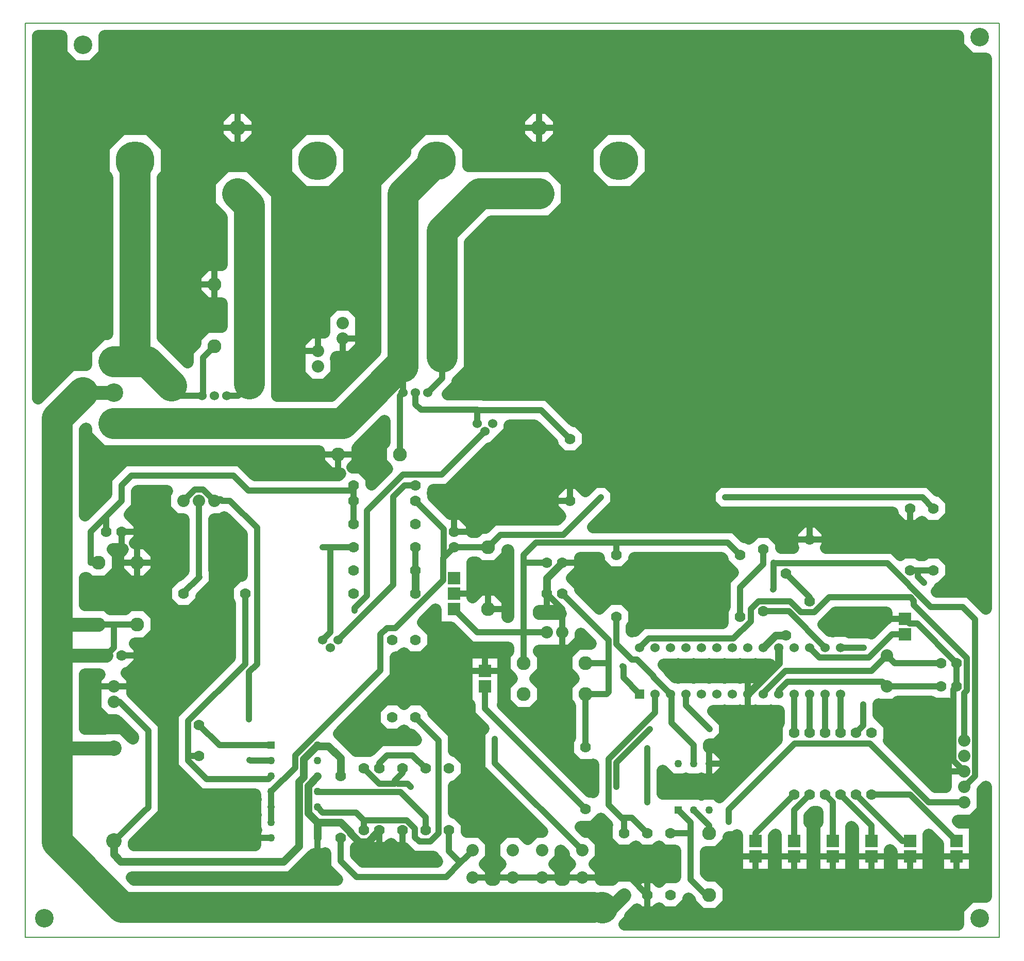
<source format=gbr>
G04 PROTEUS GERBER X2 FILE*
%TF.GenerationSoftware,Labcenter,Proteus,8.15-SP1-Build34318*%
%TF.CreationDate,2023-09-22T11:00:43+00:00*%
%TF.FileFunction,Copper,L2,Bot*%
%TF.FilePolarity,Positive*%
%TF.Part,Single*%
%TF.SameCoordinates,{daf6ecdc-d2ef-474e-a7a4-287faf42d1bd}*%
%FSLAX45Y45*%
%MOMM*%
G01*
%TA.AperFunction,Conductor*%
%ADD10C,1.016000*%
%ADD11C,1.270000*%
%ADD24C,5.080000*%
%ADD25C,2.286000*%
%TA.AperFunction,ViaPad*%
%ADD12C,0.762000*%
%TA.AperFunction,Conductor*%
%ADD26C,2.032000*%
%TA.AperFunction,ComponentPad*%
%ADD13R,1.524000X1.524000*%
%ADD14C,1.524000*%
%TA.AperFunction,ComponentPad*%
%ADD15C,1.778000*%
%ADD16R,2.032000X2.032000*%
%ADD17C,2.032000*%
%ADD18C,2.286000*%
%TA.AperFunction,ComponentPad*%
%ADD19R,1.270000X1.270000*%
%ADD70C,1.270000*%
%TA.AperFunction,ComponentPad*%
%ADD71C,2.540000*%
%TA.AperFunction,ComponentPad*%
%ADD20C,3.048000*%
%TA.AperFunction,ComponentPad*%
%ADD21C,6.350000*%
%TA.AperFunction,OtherPad,Unknown*%
%ADD22C,3.048000*%
%TA.AperFunction,Profile*%
%ADD23C,0.203200*%
%TD.AperFunction*%
%TA.AperFunction,Conductor*%
G36*
X+2946401Y+5694706D02*
X+3154706Y+5486401D01*
X+3406140Y+5486401D01*
X+3406140Y-3547778D01*
X+3124589Y-3266227D01*
X+2603007Y-3266227D01*
X+2602684Y-3265906D01*
X+2641385Y-3227205D01*
X+2641385Y-3213099D01*
X+2660991Y-3213099D01*
X+2832099Y-3041991D01*
X+2832099Y-2800009D01*
X+2660991Y-2628901D01*
X+2419009Y-2628901D01*
X+2380909Y-2667001D01*
X+2318091Y-2667001D01*
X+2279991Y-2628901D01*
X+2038009Y-2628901D01*
X+2001844Y-2665066D01*
X+1889554Y-2552774D01*
X+781316Y-2552774D01*
X+800099Y-2533991D01*
X+800099Y-2292009D01*
X+628991Y-2120901D01*
X+387009Y-2120901D01*
X+215901Y-2292009D01*
X+215901Y-2533991D01*
X+234684Y-2552774D01*
X+38099Y-2552774D01*
X+38099Y-2457108D01*
X-133009Y-2286000D01*
X-374991Y-2286000D01*
X-488951Y-2399960D01*
X-514009Y-2374901D01*
X-567892Y-2374901D01*
X-731047Y-2211745D01*
X-3049648Y-2211745D01*
X-2666330Y-1828427D01*
X-2666330Y-1618007D01*
X-2815118Y-1469219D01*
X-3025538Y-1469219D01*
X-3175115Y-1618796D01*
X-3308009Y-1485901D01*
X-3549991Y-1485901D01*
X-3721099Y-1657009D01*
X-3721099Y-1898991D01*
X-3588205Y-2031886D01*
X-3641160Y-2084841D01*
X-4679248Y-2084841D01*
X-4816908Y-2222501D01*
X-4906711Y-2222501D01*
X-4970212Y-2286002D01*
X-5041901Y-2286002D01*
X-5041901Y-2165009D01*
X-5213009Y-1993901D01*
X-5393892Y-1993901D01*
X-5676901Y-1710893D01*
X-5676901Y-1657009D01*
X-5682910Y-1651000D01*
X-5676901Y-1644991D01*
X-5676901Y-1599303D01*
X-5431095Y-1599303D01*
X-4746191Y-914399D01*
X-4710269Y-914399D01*
X-4419601Y-623731D01*
X-4419601Y-540437D01*
X-4009771Y-540437D01*
X-3721099Y-829109D01*
X-3721099Y-882991D01*
X-3549991Y-1054099D01*
X-3308009Y-1054099D01*
X-3136901Y-882991D01*
X-3136901Y-641009D01*
X-3308009Y-469901D01*
X-3361891Y-469901D01*
X-3799353Y-32439D01*
X-4845832Y-32439D01*
X-4847790Y-30481D01*
X-5437073Y-30481D01*
X-5276860Y+129732D01*
X-5276860Y+188254D01*
X-5073660Y+391454D01*
X-5073661Y+2459842D01*
X-4724262Y+2809241D01*
X-3747622Y+2809241D01*
X-3479801Y+3077062D01*
X-3479801Y+3455818D01*
X-3747622Y+3723639D01*
X-5100321Y+3723639D01*
X-5100321Y+4025681D01*
X-5405339Y+4330699D01*
X-5836701Y+4330699D01*
X-6141719Y+4025681D01*
X-6141719Y+3935877D01*
X-6630061Y+3447535D01*
X-6630061Y+671210D01*
X-7072724Y+228547D01*
X-7072726Y+228547D01*
X-7352074Y-50801D01*
X-8236369Y-50801D01*
X-8235246Y-49678D01*
X-8235246Y+3258262D01*
X-8700622Y+3723638D01*
X-9079378Y+3723638D01*
X-9347198Y+3455818D01*
X-9347198Y+3077062D01*
X-9149644Y+2879508D01*
X-9149644Y+2095499D01*
X-9402512Y+2095499D01*
X-9588499Y+1909512D01*
X-9588499Y+1646488D01*
X-9402512Y+1460501D01*
X-9149644Y+1460501D01*
X-9149644Y+1079499D01*
X-9402512Y+1079499D01*
X-9588499Y+893512D01*
X-9588499Y+803709D01*
X-9713148Y+679060D01*
X-9713148Y+499896D01*
X-10116821Y+903569D01*
X-10116821Y+3530819D01*
X-10053321Y+3594319D01*
X-10053321Y+4025681D01*
X-10358339Y+4330699D01*
X-10789701Y+4330699D01*
X-11094719Y+4025681D01*
X-11094719Y+3594319D01*
X-11031219Y+3530819D01*
X-11031219Y+965199D01*
X-11111378Y+965199D01*
X-11379199Y+697378D01*
X-11379199Y+457198D01*
X-11619378Y+457198D01*
X-12169140Y-92564D01*
X-12169140Y+5854700D01*
X-11785599Y+5854700D01*
X-11785599Y+5567706D01*
X-11577294Y+5359401D01*
X-11282706Y+5359401D01*
X-11074401Y+5567706D01*
X-11074401Y+5854700D01*
X+2946401Y+5854700D01*
X+2946401Y+5694706D01*
G37*
%TD.AperFunction*%
%LPC*%
G36*
X+2607109Y-1612901D02*
X+2660991Y-1612901D01*
X+2832099Y-1784009D01*
X+2832099Y-2025991D01*
X+2660991Y-2197099D01*
X+2419009Y-2197099D01*
X+2349500Y-2127590D01*
X+2279991Y-2197099D01*
X+2038009Y-2197099D01*
X+1866901Y-2025991D01*
X+1866901Y-1977216D01*
X-984130Y-1977216D01*
X-1132919Y-1828427D01*
X-1132919Y-1618007D01*
X-984130Y-1469218D01*
X+2463426Y-1469218D01*
X+2607109Y-1612901D01*
G37*
G36*
X-6858000Y+1268504D02*
X-6858000Y+1016000D01*
X-6858748Y+1015252D01*
X-6858000Y+1014504D01*
X-6858000Y+762000D01*
X-7036547Y+583453D01*
X-7268164Y+583453D01*
X-7268164Y+555785D01*
X-7268912Y+555037D01*
X-7268164Y+554289D01*
X-7268164Y+301785D01*
X-7446711Y+123238D01*
X-7699215Y+123238D01*
X-7877762Y+301785D01*
X-7877762Y+554289D01*
X-7877014Y+555037D01*
X-7877762Y+555785D01*
X-7877762Y+808289D01*
X-7699215Y+986836D01*
X-7467598Y+986836D01*
X-7467598Y+1014504D01*
X-7466850Y+1015252D01*
X-7467598Y+1016000D01*
X-7467598Y+1268504D01*
X-7289051Y+1447051D01*
X-7036547Y+1447051D01*
X-6858000Y+1268504D01*
G37*
G36*
X-9026773Y+4683759D02*
X-8753227Y+4683759D01*
X-8559801Y+4490333D01*
X-8559801Y+4216787D01*
X-8753227Y+4023361D01*
X-9026773Y+4023361D01*
X-9220199Y+4216787D01*
X-9220199Y+4490333D01*
X-9026773Y+4683759D01*
G37*
G36*
X-7792501Y+4330699D02*
X-7361139Y+4330699D01*
X-7056121Y+4025681D01*
X-7056121Y+3594319D01*
X-7361139Y+3289301D01*
X-7792501Y+3289301D01*
X-8097519Y+3594319D01*
X-8097519Y+4025681D01*
X-7792501Y+4330699D01*
G37*
G36*
X-4073773Y+4683759D02*
X-3800227Y+4683759D01*
X-3606801Y+4490333D01*
X-3606801Y+4216787D01*
X-3800227Y+4023361D01*
X-4073773Y+4023361D01*
X-4267199Y+4216787D01*
X-4267199Y+4490333D01*
X-4073773Y+4683759D01*
G37*
G36*
X-2839501Y+4330699D02*
X-2408139Y+4330699D01*
X-2103121Y+4025681D01*
X-2103121Y+3594319D01*
X-2408139Y+3289301D01*
X-2839501Y+3289301D01*
X-3144519Y+3594319D01*
X-3144519Y+4025681D01*
X-2839501Y+4330699D01*
G37*
%LPD*%
%TA.AperFunction,Conductor*%
G36*
X+3406140Y-8280401D02*
X+3154706Y-8280401D01*
X+2946401Y-8488706D01*
X+2946401Y-8740140D01*
X-2529084Y-8740140D01*
X-2442636Y-8653692D01*
X-2442636Y-8606646D01*
X-2331540Y-8495550D01*
X-2279991Y-8547099D01*
X-2038009Y-8547099D01*
X-1968500Y-8477590D01*
X-1898991Y-8547099D01*
X-1657009Y-8547099D01*
X-1485901Y-8375991D01*
X-1485901Y-8318184D01*
X-1460499Y-8343586D01*
X-1460499Y-8386512D01*
X-1274512Y-8572499D01*
X-1011488Y-8572499D01*
X-825501Y-8386512D01*
X-825501Y-8123488D01*
X-1011488Y-7937501D01*
X-1148168Y-7937501D01*
X-1189878Y-7895791D01*
X-1189878Y-7556499D01*
X-1011488Y-7556499D01*
X-825501Y-7370512D01*
X-825501Y-7305836D01*
X-713750Y-7305836D01*
X-685799Y-7277885D01*
X-685799Y-7924799D01*
X-76201Y-7924799D01*
X-76201Y-7293409D01*
X-50799Y-7268007D01*
X-50799Y-7924799D01*
X+558799Y-7924799D01*
X+558799Y-7061201D01*
X+507998Y-7061201D01*
X+507998Y-6963210D01*
X+575109Y-6896099D01*
X+628991Y-6896099D01*
X+635000Y-6890090D01*
X+635001Y-6890091D01*
X+635001Y-7061201D01*
X+584201Y-7061201D01*
X+584201Y-7924799D01*
X+1193799Y-7924799D01*
X+1193799Y-7141008D01*
X+1219201Y-7166410D01*
X+1219201Y-7924799D01*
X+1828799Y-7924799D01*
X+1828799Y-7522008D01*
X+1854201Y-7547409D01*
X+1854201Y-7924799D01*
X+2463799Y-7924799D01*
X+2463799Y-7268007D01*
X+2616201Y-7420409D01*
X+2616201Y-7924799D01*
X+3225799Y-7924799D01*
X+3225799Y-7061201D01*
X+2975409Y-7061201D01*
X+2950007Y-7035799D01*
X+3174252Y-7035799D01*
X+3352799Y-6857252D01*
X+3352799Y-6604748D01*
X+3352050Y-6604001D01*
X+3352799Y-6603252D01*
X+3352799Y-6531409D01*
X+3406140Y-6478068D01*
X+3406140Y-8280401D01*
G37*
%TD.AperFunction*%
%TA.AperFunction,Conductor*%
G36*
X-11379199Y-697378D02*
X-11111378Y-965199D01*
X-7556499Y-965199D01*
X-7556499Y-1147512D01*
X-7370512Y-1333499D01*
X-7207589Y-1333499D01*
X-7233378Y-1359288D01*
X-8605100Y-1359288D01*
X-8853176Y-1111212D01*
X-10741420Y-1111212D01*
X-11048998Y-1418790D01*
X-11048998Y-1672790D01*
X-11396134Y-2019926D01*
X-11396134Y-612710D01*
X-11379199Y-595775D01*
X-11379199Y-697378D01*
G37*
%TD.AperFunction*%
%TA.AperFunction,Conductor*%
G36*
X-6476999Y-820988D02*
X-6540499Y-884488D01*
X-6540499Y-1147512D01*
X-6436610Y-1251402D01*
X-6692901Y-1507693D01*
X-6692901Y-1403009D01*
X-6864009Y-1231901D01*
X-7005890Y-1231901D01*
X-6921501Y-1147512D01*
X-6921501Y-913383D01*
X-6476999Y-468881D01*
X-6476999Y-820988D01*
G37*
%TD.AperFunction*%
%TA.AperFunction,Conductor*%
G36*
X-4444999Y-2688790D02*
X-4444999Y-3683001D01*
X-4457700Y-3683001D01*
X-4457700Y-3424488D01*
X-4643687Y-3238501D01*
X-4906711Y-3238501D01*
X-5029201Y-3360991D01*
X-5029201Y-2793999D01*
X-4970211Y-2793999D01*
X-4906711Y-2857499D01*
X-4643687Y-2857499D01*
X-4457700Y-2671512D01*
X-4457700Y-2592839D01*
X-4444999Y-2592839D01*
X-4444999Y-2688790D01*
G37*
%TD.AperFunction*%
%TA.AperFunction,Conductor*%
G36*
X-927099Y-2734109D02*
X-927099Y-2787991D01*
X-755991Y-2959099D01*
X-755278Y-2959099D01*
X-888999Y-3092820D01*
X-888999Y-3523909D01*
X-927099Y-3562009D01*
X-927099Y-3784700D01*
X-2236908Y-3784700D01*
X-2363809Y-3911601D01*
X-2399731Y-3911601D01*
X-2413001Y-3924871D01*
X-2413001Y-3842091D01*
X-2374901Y-3803991D01*
X-2374901Y-3562009D01*
X-2546009Y-3390901D01*
X-2787991Y-3390901D01*
X-2947941Y-3550851D01*
X-3263901Y-3234891D01*
X-3263901Y-3181009D01*
X-3396910Y-3048000D01*
X-3263901Y-2914991D01*
X-3263901Y-2719743D01*
X-2959099Y-2719743D01*
X-2959099Y-2787991D01*
X-2787991Y-2959099D01*
X-2546009Y-2959099D01*
X-2374901Y-2787991D01*
X-2374901Y-2719743D01*
X-941465Y-2719743D01*
X-927099Y-2734109D01*
G37*
%TD.AperFunction*%
%TA.AperFunction,Conductor*%
G36*
X-10083799Y-1651748D02*
X-10083799Y-1904252D01*
X-9905252Y-2082799D01*
X-9778999Y-2082799D01*
X-9778999Y-2929133D01*
X-9859767Y-3009901D01*
X-9899991Y-3009901D01*
X-10071099Y-3181009D01*
X-10071099Y-3422991D01*
X-9899991Y-3594099D01*
X-9658009Y-3594099D01*
X-9486901Y-3422991D01*
X-9486901Y-3355451D01*
X-9264702Y-3133252D01*
X-9264702Y-2922834D01*
X-9271001Y-2916535D01*
X-9271001Y-2082799D01*
X-9144748Y-2082799D01*
X-9108079Y-2046130D01*
X-8825769Y-2328440D01*
X-8825769Y-3009901D01*
X-8883991Y-3009901D01*
X-9055099Y-3181009D01*
X-9055099Y-3422991D01*
X-9016999Y-3461091D01*
X-9016999Y-4355470D01*
X-9953036Y-5291507D01*
X-9953036Y-6074210D01*
X-9953035Y-6074211D01*
X-9953035Y-6154173D01*
X-9503209Y-6603999D01*
X-8606013Y-6603999D01*
X-8606013Y-6667773D01*
X-8593313Y-6680473D01*
X-8593313Y-6688133D01*
X-8606013Y-6700833D01*
X-8606013Y-6921773D01*
X-8593313Y-6934473D01*
X-8593313Y-6942133D01*
X-8606013Y-6954833D01*
X-8606013Y-7175773D01*
X-8589483Y-7192303D01*
X-8606013Y-7208833D01*
X-8606013Y-7429773D01*
X-8600651Y-7435135D01*
X-10591801Y-7435135D01*
X-10591801Y-7404917D01*
X-10105057Y-6918173D01*
X-10105057Y-5446763D01*
X-10617201Y-4934619D01*
X-10617201Y-4699748D01*
X-10706850Y-4610099D01*
X-10674009Y-4610099D01*
X-10502901Y-4438991D01*
X-10502901Y-4197009D01*
X-10572411Y-4127499D01*
X-10409488Y-4127499D01*
X-10223501Y-3941512D01*
X-10223501Y-3678488D01*
X-10409488Y-3492501D01*
X-10672512Y-3492501D01*
X-10736012Y-3556001D01*
X-10980989Y-3556001D01*
X-11044488Y-3492501D01*
X-11396134Y-3492501D01*
X-11396134Y-3047998D01*
X-11371013Y-3047998D01*
X-11307512Y-3111499D01*
X-11044488Y-3111499D01*
X-10858501Y-2925512D01*
X-10858501Y-2662488D01*
X-10942890Y-2578099D01*
X-10928009Y-2578099D01*
X-10922000Y-2572090D01*
X-10915991Y-2578099D01*
X-10774110Y-2578099D01*
X-10858499Y-2662488D01*
X-10858499Y-2925512D01*
X-10672512Y-3111499D01*
X-10409488Y-3111499D01*
X-10223501Y-2925512D01*
X-10223501Y-2662488D01*
X-10409488Y-2476501D01*
X-10572411Y-2476501D01*
X-10502901Y-2406991D01*
X-10502901Y-2165009D01*
X-10662851Y-2005059D01*
X-10541002Y-1883210D01*
X-10541002Y-1629210D01*
X-10531002Y-1619210D01*
X-10051261Y-1619210D01*
X-10083799Y-1651748D01*
G37*
%TD.AperFunction*%
%TA.AperFunction,Conductor*%
G36*
X-3930991Y-3594099D02*
X-3689009Y-3594099D01*
X-3683000Y-3588090D01*
X-3676991Y-3594099D01*
X-3623109Y-3594099D01*
X-3585007Y-3632201D01*
X-3682252Y-3632201D01*
X-3683000Y-3632949D01*
X-3683748Y-3632201D01*
X-3936252Y-3632201D01*
X-3937001Y-3632950D01*
X-3937001Y-3588089D01*
X-3930991Y-3594099D01*
G37*
%TD.AperFunction*%
%TA.AperFunction,Conductor*%
G36*
X+1765413Y-3721213D02*
X+1754818Y-3721213D01*
X+1520620Y-3955411D01*
X+1502210Y-3937001D01*
X+1157131Y-3937001D01*
X+1131731Y-3911601D01*
X+900269Y-3911601D01*
X+888999Y-3922871D01*
X+877731Y-3911601D01*
X+841808Y-3911601D01*
X+740207Y-3810001D01*
X+930675Y-3619533D01*
X+1765413Y-3619533D01*
X+1765413Y-3721213D01*
G37*
%TD.AperFunction*%
%TA.AperFunction,Conductor*%
G36*
X-369731Y-4470399D02*
X-144717Y-4470399D01*
X-347919Y-4673601D01*
X-369731Y-4673601D01*
X-381000Y-4684870D01*
X-392269Y-4673601D01*
X-623731Y-4673601D01*
X-635000Y-4684870D01*
X-646269Y-4673601D01*
X-877731Y-4673601D01*
X-889000Y-4684870D01*
X-900269Y-4673601D01*
X-1131731Y-4673601D01*
X-1143000Y-4684870D01*
X-1154269Y-4673601D01*
X-1385731Y-4673601D01*
X-1397000Y-4684870D01*
X-1408269Y-4673601D01*
X-1639731Y-4673601D01*
X-1651000Y-4684870D01*
X-1662269Y-4673601D01*
X-1698192Y-4673601D01*
X-1803401Y-4568391D01*
X-1803401Y-4551882D01*
X-1884885Y-4470399D01*
X-1662269Y-4470399D01*
X-1651000Y-4459130D01*
X-1639731Y-4470399D01*
X-1408269Y-4470399D01*
X-1397000Y-4459130D01*
X-1385731Y-4470399D01*
X-1154269Y-4470399D01*
X-1143000Y-4459130D01*
X-1131731Y-4470399D01*
X-900269Y-4470399D01*
X-889000Y-4459130D01*
X-877731Y-4470399D01*
X-646269Y-4470399D01*
X-635000Y-4459130D01*
X-623731Y-4470399D01*
X-392269Y-4470399D01*
X-381000Y-4459130D01*
X-369731Y-4470399D01*
G37*
%TD.AperFunction*%
%TA.AperFunction,Conductor*%
G36*
X+2546009Y-5118099D02*
X+2787991Y-5118099D01*
X+2794000Y-5112090D01*
X+2794001Y-5112091D01*
X+2794001Y-5537948D01*
X+2743201Y-5588748D01*
X+2743201Y-5841252D01*
X+2743949Y-5842000D01*
X+2743201Y-5842748D01*
X+2743201Y-6095252D01*
X+2743949Y-6096000D01*
X+2743201Y-6096748D01*
X+2743201Y-6349252D01*
X+2743949Y-6350000D01*
X+2743201Y-6350748D01*
X+2743201Y-6477001D01*
X+2570685Y-6477001D01*
X+1809387Y-5715703D01*
X+1816099Y-5708991D01*
X+1816099Y-5467009D01*
X+1644991Y-5295901D01*
X+1644503Y-5295901D01*
X+1644503Y-5123554D01*
X+1651748Y-5130799D01*
X+1904252Y-5130799D01*
X+1955052Y-5079999D01*
X+2507909Y-5079999D01*
X+2546009Y-5118099D01*
G37*
%TD.AperFunction*%
%TA.AperFunction,Conductor*%
G36*
X-369731Y-5232399D02*
X-138269Y-5232399D01*
X-127001Y-5221131D01*
X-115731Y-5232399D01*
X+1Y-5232399D01*
X+1Y-5428909D01*
X-38099Y-5467009D01*
X-38099Y-5706956D01*
X-977487Y-6646344D01*
X-1032530Y-6591301D01*
X-1253470Y-6591301D01*
X-1270000Y-6607831D01*
X-1286530Y-6591301D01*
X-1905001Y-6591301D01*
X-1905001Y-6219168D01*
X-1761470Y-6362699D01*
X-1540530Y-6362699D01*
X-1524000Y-6346169D01*
X-1507470Y-6362699D01*
X-1286530Y-6362699D01*
X-1270000Y-6346169D01*
X-1253470Y-6362699D01*
X-1032530Y-6362699D01*
X-876301Y-6206470D01*
X-876301Y-5985530D01*
X-1032530Y-5829301D01*
X-1143001Y-5829301D01*
X-1143001Y-5784759D01*
X-1032423Y-5784759D01*
X-883635Y-5635971D01*
X-883635Y-5425551D01*
X-1076787Y-5232399D01*
X-900269Y-5232399D01*
X-889000Y-5221130D01*
X-877731Y-5232399D01*
X-646269Y-5232399D01*
X-635000Y-5221130D01*
X-623731Y-5232399D01*
X-392269Y-5232399D01*
X-381000Y-5221130D01*
X-369731Y-5232399D01*
G37*
%TD.AperFunction*%
%TA.AperFunction,Conductor*%
G36*
X-11226799Y-4699748D02*
X-11226799Y-4952252D01*
X-11226051Y-4953000D01*
X-11226799Y-4953748D01*
X-11226799Y-5206252D01*
X-11048252Y-5384799D01*
X-10885437Y-5384799D01*
X-10613055Y-5657181D01*
X-10613055Y-5683973D01*
X-10785227Y-5511801D01*
X-11058773Y-5511801D01*
X-11071473Y-5524501D01*
X-11396134Y-5524501D01*
X-11396134Y-4635499D01*
X-11162550Y-4635499D01*
X-11226799Y-4699748D01*
G37*
%TD.AperFunction*%
%TA.AperFunction,Conductor*%
G36*
X-5638799Y-3606799D02*
X-5638799Y-3860799D01*
X-5388409Y-3860799D01*
X-5058209Y-4190999D01*
X-4444999Y-4190999D01*
X-4444999Y-4249988D01*
X-4508499Y-4313488D01*
X-4508499Y-4576512D01*
X-4386011Y-4699000D01*
X-4508499Y-4821488D01*
X-4508499Y-5084512D01*
X-4322512Y-5270499D01*
X-4059488Y-5270499D01*
X-3873501Y-5084512D01*
X-3873501Y-4821488D01*
X-3995989Y-4699000D01*
X-3873501Y-4576512D01*
X-3873501Y-4313488D01*
X-3937001Y-4249988D01*
X-3937001Y-4241050D01*
X-3936252Y-4241799D01*
X-3683748Y-4241799D01*
X-3683000Y-4241051D01*
X-3682252Y-4241799D01*
X-3429748Y-4241799D01*
X-3251201Y-4063252D01*
X-3251201Y-3966007D01*
X-3089707Y-4127501D01*
X-3306512Y-4127501D01*
X-3492499Y-4313488D01*
X-3492499Y-4576512D01*
X-3370011Y-4699000D01*
X-3492499Y-4821488D01*
X-3492499Y-5084512D01*
X-3428999Y-5148012D01*
X-3428999Y-5670208D01*
X-3467099Y-5708308D01*
X-3467099Y-5950290D01*
X-3295991Y-6121398D01*
X-3054009Y-6121398D01*
X-3047999Y-6115388D01*
X-3047999Y-6559210D01*
X-3054009Y-6553200D01*
X-3107891Y-6553200D01*
X-4530292Y-5130799D01*
X-4521201Y-5130799D01*
X-4521201Y-4267201D01*
X-5130799Y-4267201D01*
X-5130799Y-5130799D01*
X-5079999Y-5130799D01*
X-5079999Y-5299508D01*
X-4853979Y-5525529D01*
X-4917470Y-5589020D01*
X-4917470Y-6189738D01*
X-3890007Y-7217201D01*
X-4012252Y-7217201D01*
X-4127500Y-7332449D01*
X-4242748Y-7217201D01*
X-4495252Y-7217201D01*
X-4673799Y-7395748D01*
X-4673799Y-7648252D01*
X-4575051Y-7747000D01*
X-4673799Y-7845748D01*
X-4673799Y-8000059D01*
X-4724201Y-8000059D01*
X-4724201Y-7845748D01*
X-4822949Y-7747000D01*
X-4724201Y-7648252D01*
X-4724201Y-7395748D01*
X-4902748Y-7217201D01*
X-5126215Y-7217201D01*
X-5126215Y-7071312D01*
X-5297323Y-6900204D01*
X-5334001Y-6900204D01*
X-5334001Y-6468402D01*
X-5297323Y-6468402D01*
X-5126215Y-6297294D01*
X-5126215Y-6055312D01*
X-5297323Y-5884204D01*
X-5334001Y-5884204D01*
X-5334001Y-5609791D01*
X-5676901Y-5266891D01*
X-5676901Y-5213009D01*
X-5848009Y-5041901D01*
X-6089991Y-5041901D01*
X-6159500Y-5111410D01*
X-6229009Y-5041901D01*
X-6470991Y-5041901D01*
X-6642099Y-5213009D01*
X-6642099Y-5454991D01*
X-6470991Y-5626099D01*
X-6229009Y-5626099D01*
X-6159500Y-5556590D01*
X-6089991Y-5626099D01*
X-6036109Y-5626099D01*
X-5958344Y-5703864D01*
X-6539523Y-5703864D01*
X-6719863Y-5884204D01*
X-6936305Y-5884204D01*
X-6939109Y-5887008D01*
X-7223213Y-5602905D01*
X-6290377Y-4670069D01*
X-6290377Y-4356099D01*
X-6229009Y-4356099D01*
X-6159500Y-4286590D01*
X-6089991Y-4356099D01*
X-5848009Y-4356099D01*
X-5676901Y-4184991D01*
X-5676901Y-3943009D01*
X-5846146Y-3773764D01*
X-5638799Y-3566417D01*
X-5638799Y-3606799D01*
G37*
%TD.AperFunction*%
%TA.AperFunction,Conductor*%
G36*
X-6301305Y-7484402D02*
X-6155971Y-7484402D01*
X-6010097Y-7630276D01*
X-5672313Y-7630276D01*
X-5672313Y-7640895D01*
X-5610350Y-7702858D01*
X-6832392Y-7702858D01*
X-6942315Y-7592935D01*
X-6942315Y-7478394D01*
X-6942314Y-7478393D01*
X-6936305Y-7484402D01*
X-6694323Y-7484402D01*
X-6688314Y-7478393D01*
X-6682305Y-7484402D01*
X-6440323Y-7484402D01*
X-6370814Y-7414893D01*
X-6301305Y-7484402D01*
G37*
%TD.AperFunction*%
%TA.AperFunction,Conductor*%
G36*
X-3530799Y-7576409D02*
X-3530799Y-7648252D01*
X-3432051Y-7747000D01*
X-3530799Y-7845748D01*
X-3530799Y-8000059D01*
X-3581201Y-8000059D01*
X-3581201Y-7845748D01*
X-3679949Y-7747000D01*
X-3581201Y-7648252D01*
X-3581201Y-7526007D01*
X-3530799Y-7576409D01*
G37*
%TD.AperFunction*%
%TA.AperFunction,Conductor*%
G36*
X-7450313Y-7698144D02*
X-7450313Y-7803353D01*
X-7253607Y-8000059D01*
X-10593865Y-8000059D01*
X-10625391Y-7968533D01*
X-8023204Y-7968533D01*
X-7640673Y-7586002D01*
X-7466844Y-7586002D01*
X-7450313Y-7569471D01*
X-7450313Y-7698144D01*
G37*
%TD.AperFunction*%
%TA.AperFunction,Conductor*%
G36*
X-2899210Y-7029620D02*
X-2899209Y-7029620D01*
X-2821460Y-7107370D01*
X-2832099Y-7118009D01*
X-2832099Y-7359991D01*
X-2660991Y-7531099D01*
X-2419009Y-7531099D01*
X-2349500Y-7461590D01*
X-2279991Y-7531099D01*
X-2038009Y-7531099D01*
X-1968500Y-7461590D01*
X-1898991Y-7531099D01*
X-1697876Y-7531099D01*
X-1697876Y-7962901D01*
X-1898991Y-7962901D01*
X-1968500Y-8032410D01*
X-2038009Y-7962901D01*
X-2279991Y-7962901D01*
X-2331540Y-8014450D01*
X-2408488Y-7937502D01*
X-2671512Y-7937502D01*
X-2734070Y-8000060D01*
X-2858622Y-8000060D01*
X-2858622Y-8000059D01*
X-2921201Y-8000059D01*
X-2921201Y-7845748D01*
X-3019949Y-7747000D01*
X-2921201Y-7648252D01*
X-2921201Y-7395748D01*
X-3099748Y-7217201D01*
X-3171591Y-7217201D01*
X-3251394Y-7137398D01*
X-3054009Y-7137398D01*
X-2922721Y-7006110D01*
X-2899210Y-7029620D01*
G37*
%TD.AperFunction*%
D10*
X+508000Y-4953000D02*
X+508000Y-5588000D01*
X+762000Y-4953000D02*
X+762000Y-5588000D01*
X+1016000Y-4953000D02*
X+1016000Y-5588000D01*
X-4191000Y-4445000D02*
X-4191000Y-4318000D01*
X-4191000Y-3937000D02*
X-3810000Y-3937000D01*
X-4191000Y-4318000D02*
X-4191000Y-3937000D01*
X-3556000Y-3302000D02*
X-3175000Y-3683000D01*
X-3175000Y-4953000D02*
X-2826926Y-4953000D01*
X-2794000Y-4920074D01*
X-3175000Y-4445000D02*
X-2794000Y-4445000D01*
X-3175000Y-3683000D02*
X-2794000Y-4064000D01*
X-2794000Y-4445000D01*
X-2794000Y-4920074D01*
D11*
X-3810000Y-3302000D02*
X-3810000Y-3048000D01*
X-3556000Y-2794000D01*
D10*
X-4191000Y-3937000D02*
X-4191000Y-3175000D01*
X-4191000Y-2667000D02*
X-3989744Y-2465744D01*
X-3937000Y-2465744D01*
X-3810000Y-2794000D02*
X-4191000Y-2794000D01*
X-4191000Y-3175000D02*
X-4191000Y-2794000D01*
X-4191000Y-2667000D01*
X-1443877Y-8001000D02*
X-1189877Y-8255000D01*
X-1143000Y-8255000D01*
X-1778000Y-7239000D02*
X-1443877Y-7239000D01*
X-1651000Y-6858000D02*
X-1443877Y-7065123D01*
X-1443877Y-7239000D01*
X-1443877Y-8001000D01*
X-1397000Y-6858000D02*
X-1143000Y-7112000D01*
X-1143000Y-7239000D01*
X-635000Y-3198030D02*
X-635000Y-3683000D01*
X-8339314Y-6557303D02*
X-8339314Y-6811303D01*
X-8339314Y-7065303D01*
X-9525000Y-1778000D02*
X-9525000Y-3021744D01*
X-9518701Y-3028043D01*
X-9779000Y-3288342D01*
X-9779000Y-3302000D01*
X-9017000Y-1778000D02*
X-9147473Y-1778000D01*
X-9169400Y-1756073D01*
X-9271000Y-1778000D01*
X-5799314Y-7192303D02*
X-5799314Y-6979932D01*
X-6217932Y-6561314D01*
X-7573303Y-6561314D01*
X-7577314Y-6557303D01*
D11*
X-7196314Y-6303303D02*
X-7196314Y-6006971D01*
X-7397398Y-5805887D01*
X-7566730Y-5805887D01*
X-7577314Y-5795303D01*
D10*
X-6985000Y-1778000D02*
X-6985000Y-2159000D01*
X+254000Y-4953000D02*
X+254000Y-5588000D01*
X+254000Y-6604000D02*
X-381000Y-7239000D01*
X-381000Y-7366000D01*
X+508000Y-6604000D02*
X+254000Y-6858000D01*
X+254000Y-7366000D01*
X+762000Y-6604000D02*
X+889000Y-6731000D01*
X+889000Y-7366000D01*
X+1016000Y-6604000D02*
X+1524000Y-7112000D01*
X+1524000Y-7366000D01*
X+2667000Y-4445000D02*
X+1905000Y-4445000D01*
X+1778000Y-4318000D01*
X+2667000Y-4826000D02*
X+1778000Y-4826000D01*
X+1703917Y-4751917D01*
X+1621266Y-4751917D01*
X+144640Y-4751917D01*
X+129520Y-4767037D01*
X+0Y-4896557D01*
X+0Y-4953000D01*
X+1778000Y-4318000D02*
X+1524000Y-4572000D01*
X+508000Y-4572000D01*
X+112890Y-4572000D01*
X+94242Y-4590648D01*
X-254000Y-4938890D01*
X-254000Y-4953000D01*
X-9525000Y-5461000D02*
X-9190697Y-5795303D01*
X-8339314Y-5795303D01*
X-9525000Y-5969000D02*
X-9699037Y-5969000D01*
X-8763000Y-3302000D02*
X-8763000Y-4460679D01*
X-9699037Y-5396716D01*
X-9699037Y-5969000D01*
X-9699037Y-6048963D01*
X-9398000Y-6350000D01*
X-8386011Y-6350000D01*
X-8339314Y-6303303D01*
X-8339314Y-6049303D02*
X-8680606Y-6049303D01*
X-8695580Y-6034329D01*
X-8706032Y-5365358D02*
X-8706032Y-4593950D01*
X-8571771Y-4459689D01*
X-8571771Y-2223229D01*
X-9017000Y-1778000D01*
X-6985000Y-1524000D02*
X-6985000Y-1613287D01*
X-6985000Y-1778000D01*
X-11049000Y-2286000D02*
X-11049000Y-2032000D01*
X-11303000Y-2286000D01*
X-11303000Y-2794000D01*
X-11176000Y-2794000D01*
X-7196314Y-7456463D02*
X-7196314Y-7319303D01*
X-5126023Y-7619023D02*
X-5029000Y-7522000D01*
X-5418314Y-7192303D02*
X-5418314Y-7535686D01*
X-5230500Y-7723500D01*
X-7196314Y-7456463D02*
X-7196314Y-7698144D01*
X-6937601Y-7956857D01*
X-5463857Y-7956857D01*
X-5230500Y-7723500D01*
X-5126023Y-7619023D01*
D11*
X-7577314Y-7319303D02*
X-7577314Y-7065303D01*
X-7577314Y-6303303D02*
X-7733612Y-6459601D01*
X-7733612Y-6909005D01*
X-7577314Y-7065303D01*
X-7577314Y-5795303D02*
X-7803215Y-6021204D01*
X-7803215Y-6117574D01*
X-7803215Y-6313807D01*
X-7885965Y-6396557D01*
X-7885965Y-6493391D01*
X-7885965Y-7454126D01*
X-7923087Y-7491248D01*
X-8133673Y-7701834D01*
X-8156353Y-7701834D01*
X-10812986Y-7701834D01*
X-10926378Y-7588442D01*
X-10926378Y-7370378D01*
X-10922000Y-7366000D01*
D10*
X-4775199Y-2540000D02*
X-5334000Y-2540000D01*
X-5969000Y-1778000D02*
X-5504794Y-2242206D01*
X-5504794Y-2710794D01*
X-5512092Y-2718092D01*
X-8339314Y-6557303D02*
X-7942837Y-6160826D01*
X-7942837Y-5963321D01*
X-6544376Y-4564860D01*
X-6544376Y-3974773D01*
X-6437083Y-3867480D01*
X-6299070Y-3867480D01*
X-5512092Y-3080502D01*
X-5512092Y-2718092D01*
X-5504794Y-2710794D02*
X-5334000Y-2540000D01*
D11*
X-6561314Y-7192303D02*
X-6750182Y-7381171D01*
X-6893481Y-7381171D01*
X-7035408Y-7239244D01*
X-7035408Y-7224950D01*
X-7195055Y-7065303D01*
X-7577314Y-7065303D01*
D10*
X-6815314Y-7025003D02*
X-6114236Y-7025003D01*
X-5975852Y-7163387D01*
X-5975852Y-7305313D01*
X-5904888Y-7376277D01*
X-5723810Y-7376277D01*
X-5588000Y-7240467D01*
X-5588000Y-5715000D01*
X-5969000Y-5334000D01*
X-6815314Y-7192303D02*
X-6815314Y-7025003D01*
X-6940963Y-6899354D01*
X-7489263Y-6899354D01*
X-7577314Y-6811303D01*
X-5799314Y-6176303D02*
X-6017754Y-5957863D01*
X-6223000Y-5957863D01*
X-6434314Y-5957863D01*
X-6561314Y-6084863D01*
X-6561314Y-6176303D01*
X-1397000Y-6096000D02*
X-1397000Y-5791698D01*
X-1763889Y-5424809D01*
X-1763889Y-4967111D01*
X-1778000Y-4953000D01*
X-6307314Y-6379503D02*
X-6257482Y-6429335D01*
X-6097411Y-6429335D01*
X-6044494Y-6482252D01*
X-2667000Y-6477000D02*
X-2667000Y-6076910D01*
X-2119842Y-5529752D01*
X-6180314Y-6176303D02*
X-6180314Y-6252503D01*
X-6307314Y-6379503D01*
X-6307314Y-6430303D01*
X-6561314Y-6430303D01*
X-6815314Y-6176303D01*
X-5334000Y-3556000D02*
X-4953000Y-3937000D01*
X-4191000Y-3937000D01*
X-7239000Y-4064000D02*
X-6332362Y-3157362D01*
X-6332362Y-1708620D01*
X-6147742Y-1524000D01*
X-5969000Y-1524000D01*
D11*
X-508000Y-4953000D02*
X+0Y-4445000D01*
X+0Y-4191000D01*
D10*
X+2540000Y-1905000D02*
X+2358217Y-1723217D01*
X-878920Y-1723217D01*
X-2920328Y-1723217D02*
X-3535951Y-2338840D01*
X-4574039Y-2338840D01*
X-4775199Y-2540000D01*
X-4826000Y-4826000D02*
X-4826000Y-5194299D01*
X-3175000Y-6845299D01*
X-3175000Y-4953000D02*
X-3175000Y-5829299D01*
X-2667000Y-2667000D02*
X-2667000Y-2465744D01*
X-635000Y-2667000D02*
X-836256Y-2465744D01*
X-2667000Y-2465744D01*
X-3937000Y-2465744D01*
D11*
X-5969000Y-3302000D02*
X-5969000Y-2921000D01*
D10*
X-2540000Y-7239000D02*
X-2540000Y-7029621D01*
X-2584621Y-6985000D01*
X-2413000Y-6985000D01*
X-2159000Y-7239000D01*
X-2584621Y-6985000D02*
X-2794000Y-6775621D01*
X-2794000Y-6758620D01*
X-2032000Y-4953000D02*
X-2032000Y-5262352D01*
X-2794000Y-6024352D01*
X-2794000Y-6758620D01*
D11*
X-254000Y-4191000D02*
X-50801Y-3987801D01*
X+115951Y-3987801D01*
D10*
X+115951Y-2971801D02*
X+286575Y-3142425D01*
X+508000Y-3363850D01*
X+508000Y-3429000D01*
X+1270000Y-6604000D02*
X+2032000Y-7366000D01*
X+2159000Y-7366000D01*
X+1016000Y-4191000D02*
X+1397000Y-4191000D01*
X+1390504Y-5126123D02*
X+1390504Y-5467496D01*
X+1270000Y-5588000D01*
X+1524000Y-6604000D02*
X+2159000Y-6604000D01*
X+2921000Y-7366000D01*
X-254000Y-2578099D02*
X-254000Y-2817030D01*
X-635000Y-3198030D01*
X-254000Y-3594099D02*
X+165099Y-3594099D01*
X+762000Y-4191000D01*
X-5969000Y-2921000D02*
X-5969000Y-2540000D01*
X+3048000Y-5715000D02*
X+3048000Y-4935651D01*
X+3087557Y-4896094D01*
X+3087557Y-4357557D01*
X+2216063Y-3486063D01*
X+2216063Y-3417985D01*
X+2163612Y-3365534D01*
X+825466Y-3365534D01*
X+581236Y-3609764D01*
X+363281Y-3609764D01*
X+182610Y-3429093D01*
X-328125Y-3429093D01*
X-460125Y-3561093D01*
X-460125Y-3756303D01*
X-742521Y-4038699D01*
X-2131699Y-4038699D01*
X-2284000Y-4191000D01*
X-2057400Y-4673600D02*
X-1778000Y-4953000D01*
X-2413000Y-4388486D02*
X-2667000Y-4134486D01*
X-2667000Y-3683000D01*
X-2413000Y-4388486D02*
X-2326005Y-4388486D01*
X-2057400Y-4657091D01*
X-2057400Y-4673600D01*
X-2286000Y-4953000D02*
X-2552296Y-4686704D01*
X-2552296Y-4508179D01*
X-2561634Y-4498841D01*
X+2921000Y-4826000D02*
X+2921000Y-4445000D01*
X+3048000Y-6223000D02*
X+2869120Y-6044120D01*
X+2869120Y-4877880D01*
X+2921000Y-4826000D01*
X+2286000Y-2921000D02*
X+2286000Y-3020608D01*
X+2387387Y-3121995D01*
X-1137633Y-5530761D02*
X-1524000Y-5144394D01*
X-1524000Y-4953000D01*
X+2159000Y-2921000D02*
X+2286000Y-2921000D01*
X+2540000Y-2921000D01*
X+3048000Y-6477000D02*
X+3226873Y-6298127D01*
X+3226873Y-3727719D01*
X+3019380Y-3520226D01*
X+2497798Y-3520226D01*
X+1784345Y-2806773D01*
X-76664Y-2806773D01*
X-85859Y-2797578D01*
X-85859Y-3226874D01*
X-93014Y-3234029D01*
X+2070212Y-3721212D02*
X+2146497Y-3797497D01*
X+2273497Y-3797497D01*
X+2921000Y-4445000D01*
X+2070212Y-3975212D02*
X+1860027Y-3975212D01*
X+1482954Y-4352285D01*
X+669285Y-4352285D01*
X+508000Y-4191000D01*
X+3048000Y-6731000D02*
X+2465476Y-6731000D01*
X+1501297Y-5766821D01*
X+261244Y-5766821D01*
X-818960Y-6847025D01*
X-818960Y-7051837D01*
X-2159000Y-6731000D02*
X-2159000Y-5842000D01*
X-3810000Y-3302000D02*
X-3556000Y-3556000D01*
X-3556000Y-3937000D01*
X-4369000Y-7972000D02*
X-3886000Y-7972000D01*
X-3226000Y-7972000D02*
X-2442000Y-7972000D01*
X-2159000Y-8255000D01*
X-3226000Y-7522000D02*
X-4663471Y-6084529D01*
X-4663471Y-5694230D01*
X-9474199Y-50800D02*
X-9809028Y-50800D01*
X-9971688Y+111860D01*
D24*
X-5621020Y+3810000D02*
X-6172862Y+3258158D01*
X-6172862Y+419195D01*
D10*
X-6172200Y+0D02*
X-6172200Y+418533D01*
X-6172862Y+419195D01*
X-7366000Y-2540000D02*
X-7366000Y-3937000D01*
X-7493000Y-4064000D01*
X-7493000Y-2540000D02*
X-7366000Y-2540000D01*
X-6985000Y-2540000D01*
D24*
X-6883348Y-228653D02*
X-6883348Y-228652D01*
X-10922000Y-508000D02*
X-7162695Y-508000D01*
X-6883348Y-228652D01*
X-6883348Y-228653D02*
X-6236162Y+418533D01*
X-6172200Y+418533D01*
X-10922000Y+508000D02*
X-10576277Y+508000D01*
X-10367828Y+508000D01*
X-9971688Y+111860D01*
X-10574020Y+3810000D02*
X-10574020Y+1823468D01*
X-10574020Y+843844D01*
X-10574020Y+510257D01*
X-10576277Y+508000D01*
D10*
X-9271000Y+762000D02*
X-9459149Y+573851D01*
X-9459149Y+475074D01*
X-9459149Y-35750D01*
X-9474199Y-50800D01*
X-10922000Y-5080000D02*
X-10831028Y-5080000D01*
X-10359056Y-5551972D01*
X-10359056Y-6812964D01*
X-10431113Y-6885021D01*
X-10912092Y-7366000D01*
X-10922000Y-7366000D01*
X-10922000Y-3810000D02*
X-10922000Y-4191000D01*
X-11049000Y-4318000D01*
X-10541000Y-3810000D02*
X-10922000Y-3810000D01*
X-11176000Y-3810000D01*
D25*
X-2540000Y-8255000D02*
X-2742258Y-8457258D01*
X-2906890Y-8457258D01*
D24*
X-2899834Y-8464314D01*
D25*
X-10922000Y-5842000D02*
X-11853333Y-5842000D01*
X-11049000Y-4318000D02*
X-11853333Y-4318000D01*
X-11853333Y-4279661D01*
D24*
X-11853333Y-4318000D02*
X-11853333Y-5842000D01*
D25*
X-11176000Y-3810000D02*
X-11853333Y-3810000D01*
D24*
X-11430000Y+0D02*
X-11853333Y-423333D01*
X-11853333Y-3810000D01*
X-11853333Y-4279661D01*
D25*
X-10922000Y+0D02*
X-11430000Y+0D01*
X-2906890Y-8457258D02*
X-3048000Y-8457258D01*
D24*
X-10783242Y-8457258D01*
X-11853333Y-7387167D01*
X-11853333Y-5842000D01*
D10*
X-6223000Y-1016000D02*
X-6223000Y-50800D01*
X-6172200Y+0D01*
X-9067799Y-50800D02*
X-8882945Y-50800D01*
X-8692445Y+139700D01*
D24*
X-8692445Y+3068885D01*
X-8890000Y+3266440D01*
X-3937000Y+3266440D02*
X-4913639Y+3266440D01*
X-5530859Y+2649220D01*
X-5530859Y+580832D01*
D10*
X-5530859Y+234941D01*
X-5765800Y+0D01*
X-4826000Y-635000D02*
X-5536304Y-1345304D01*
X-6171304Y-1345304D01*
X-6764020Y-1938020D01*
X-6764020Y-3335020D01*
X-6967519Y-3538519D01*
X-6967519Y-3581273D01*
X-5030705Y-284480D02*
X-5878939Y-284480D01*
X-5969000Y-194419D01*
X-5969000Y+0D01*
X-4953000Y-284480D02*
X-4953000Y-508000D01*
X-5030705Y-284480D02*
X-4953000Y-284480D01*
X-3429000Y-762000D02*
X-3904562Y-286438D01*
X-4197532Y-286438D01*
X-4951042Y-286438D01*
X-4953000Y-284480D01*
X-9271000Y-1778000D02*
X-9453514Y-1595486D01*
X-9596486Y-1595486D01*
X-9779000Y-1778000D01*
X-6985000Y-1613287D02*
X-8710309Y-1613287D01*
X-8958385Y-1365211D01*
X-10636211Y-1365211D01*
X-10795000Y-1524000D01*
X-10795000Y-1778000D01*
X-11049000Y-2032000D01*
D12*
X-8695580Y-6034329D03*
X-8706032Y-5365358D03*
X-6044494Y-6482252D03*
X-2667000Y-6477000D03*
X-2119842Y-5529752D03*
X-878920Y-1723217D03*
X-2920328Y-1723217D03*
X+1397000Y-4191000D03*
X+1390504Y-5126123D03*
X-2561634Y-4498841D03*
X+2387387Y-3121995D03*
X-1137633Y-5530761D03*
X-93014Y-3234029D03*
X-818960Y-7051837D03*
X-2159000Y-6731000D03*
X-2159000Y-5842000D03*
X-4663471Y-5694230D03*
X-7493000Y-2540000D03*
X-6967519Y-3581273D03*
D26*
X+2946401Y+5694706D02*
X+3154706Y+5486401D01*
X+3406140Y+5486401D01*
X+3406140Y-3547778D01*
X+3124589Y-3266227D01*
X+2603007Y-3266227D01*
X+2602684Y-3265906D01*
X+2641385Y-3227205D01*
X+2641385Y-3213099D01*
X+2660991Y-3213099D01*
X+2832099Y-3041991D01*
X+2832099Y-2800009D01*
X+2660991Y-2628901D01*
X+2419009Y-2628901D01*
X+2380909Y-2667001D01*
X+2318091Y-2667001D01*
X+2279991Y-2628901D01*
X+2038009Y-2628901D01*
X+2001844Y-2665066D01*
X+1889554Y-2552774D01*
X+781316Y-2552774D01*
X+800099Y-2533991D01*
X+800099Y-2292009D01*
X+628991Y-2120901D01*
X+387009Y-2120901D01*
X+215901Y-2292009D01*
X+215901Y-2533991D01*
X+234684Y-2552774D01*
X+38099Y-2552774D01*
X+38099Y-2457108D01*
X-133009Y-2286000D01*
X-374991Y-2286000D01*
X-488951Y-2399960D01*
X-514009Y-2374901D01*
X-567892Y-2374901D01*
X-731047Y-2211745D01*
X-3049648Y-2211745D01*
X-2666330Y-1828427D01*
X-2666330Y-1618007D01*
X-2815118Y-1469219D01*
X-3025538Y-1469219D01*
X-3175115Y-1618796D01*
X-3308009Y-1485901D01*
X-3549991Y-1485901D01*
X-3721099Y-1657009D01*
X-3721099Y-1898991D01*
X-3588205Y-2031886D01*
X-3641160Y-2084841D01*
X-4679248Y-2084841D01*
X-4816908Y-2222501D01*
X-4906711Y-2222501D01*
X-4970212Y-2286002D01*
X-5041901Y-2286002D01*
X-5041901Y-2165009D01*
X-5213009Y-1993901D01*
X-5393892Y-1993901D01*
X-5676901Y-1710893D01*
X-5676901Y-1657009D01*
X-5682910Y-1651000D01*
X-5676901Y-1644991D01*
X-5676901Y-1599303D01*
X-5431095Y-1599303D01*
X-4746191Y-914399D01*
X-4710269Y-914399D01*
X-4419601Y-623731D01*
X-4419601Y-540437D01*
X-4009771Y-540437D01*
X-3721099Y-829109D01*
X-3721099Y-882991D01*
X-3549991Y-1054099D01*
X-3308009Y-1054099D01*
X-3136901Y-882991D01*
X-3136901Y-641009D01*
X-3308009Y-469901D01*
X-3361891Y-469901D01*
X-3799353Y-32439D01*
X-4845832Y-32439D01*
X-4847790Y-30481D01*
X-5437073Y-30481D01*
X-5276860Y+129732D01*
X-5276860Y+188254D01*
X-5073660Y+391454D01*
X-5073661Y+2459842D01*
X-4724262Y+2809241D01*
X-3747622Y+2809241D01*
X-3479801Y+3077062D01*
X-3479801Y+3455818D01*
X-3747622Y+3723639D01*
X-5100321Y+3723639D01*
X-5100321Y+4025681D01*
X-5405339Y+4330699D01*
X-5836701Y+4330699D01*
X-6141719Y+4025681D01*
X-6141719Y+3935877D01*
X-6630061Y+3447535D01*
X-6630061Y+671210D01*
X-7072724Y+228547D01*
X-7072726Y+228547D01*
X-7352074Y-50801D01*
X-8236369Y-50801D01*
X-8235246Y-49678D01*
X-8235246Y+3258262D01*
X-8700622Y+3723638D01*
X-9079378Y+3723638D01*
X-9347198Y+3455818D01*
X-9347198Y+3077062D01*
X-9149644Y+2879508D01*
X-9149644Y+2095499D01*
X-9402512Y+2095499D01*
X-9588499Y+1909512D01*
X-9588499Y+1646488D01*
X-9402512Y+1460501D01*
X-9149644Y+1460501D01*
X-9149644Y+1079499D01*
X-9402512Y+1079499D01*
X-9588499Y+893512D01*
X-9588499Y+803709D01*
X-9713148Y+679060D01*
X-9713148Y+499896D01*
X-10116821Y+903569D01*
X-10116821Y+3530819D01*
X-10053321Y+3594319D01*
X-10053321Y+4025681D01*
X-10358339Y+4330699D01*
X-10789701Y+4330699D01*
X-11094719Y+4025681D01*
X-11094719Y+3594319D01*
X-11031219Y+3530819D01*
X-11031219Y+965199D01*
X-11111378Y+965199D01*
X-11379199Y+697378D01*
X-11379199Y+457198D01*
X-11619378Y+457198D01*
X-12169140Y-92564D01*
X-12169140Y+5854700D01*
X-11785599Y+5854700D01*
X-11785599Y+5567706D01*
X-11577294Y+5359401D01*
X-11282706Y+5359401D01*
X-11074401Y+5567706D01*
X-11074401Y+5854700D01*
X+2946401Y+5854700D01*
X+2946401Y+5694706D01*
X+2607109Y-1612901D02*
X+2660991Y-1612901D01*
X+2832099Y-1784009D01*
X+2832099Y-2025991D01*
X+2660991Y-2197099D01*
X+2419009Y-2197099D01*
X+2349500Y-2127590D01*
X+2279991Y-2197099D01*
X+2038009Y-2197099D01*
X+1866901Y-2025991D01*
X+1866901Y-1977216D01*
X-984130Y-1977216D01*
X-1132919Y-1828427D01*
X-1132919Y-1618007D01*
X-984130Y-1469218D01*
X+2463426Y-1469218D01*
X+2607109Y-1612901D01*
X-6858000Y+1268504D02*
X-6858000Y+1016000D01*
X-6858748Y+1015252D01*
X-6858000Y+1014504D01*
X-6858000Y+762000D01*
X-7036547Y+583453D01*
X-7268164Y+583453D01*
X-7268164Y+555785D01*
X-7268912Y+555037D01*
X-7268164Y+554289D01*
X-7268164Y+301785D01*
X-7446711Y+123238D01*
X-7699215Y+123238D01*
X-7877762Y+301785D01*
X-7877762Y+554289D01*
X-7877014Y+555037D01*
X-7877762Y+555785D01*
X-7877762Y+808289D01*
X-7699215Y+986836D01*
X-7467598Y+986836D01*
X-7467598Y+1014504D01*
X-7466850Y+1015252D01*
X-7467598Y+1016000D01*
X-7467598Y+1268504D01*
X-7289051Y+1447051D01*
X-7036547Y+1447051D01*
X-6858000Y+1268504D01*
X-9026773Y+4683759D02*
X-8753227Y+4683759D01*
X-8559801Y+4490333D01*
X-8559801Y+4216787D01*
X-8753227Y+4023361D01*
X-9026773Y+4023361D01*
X-9220199Y+4216787D01*
X-9220199Y+4490333D01*
X-9026773Y+4683759D01*
X-7792501Y+4330699D02*
X-7361139Y+4330699D01*
X-7056121Y+4025681D01*
X-7056121Y+3594319D01*
X-7361139Y+3289301D01*
X-7792501Y+3289301D01*
X-8097519Y+3594319D01*
X-8097519Y+4025681D01*
X-7792501Y+4330699D01*
X-4073773Y+4683759D02*
X-3800227Y+4683759D01*
X-3606801Y+4490333D01*
X-3606801Y+4216787D01*
X-3800227Y+4023361D01*
X-4073773Y+4023361D01*
X-4267199Y+4216787D01*
X-4267199Y+4490333D01*
X-4073773Y+4683759D01*
X-2839501Y+4330699D02*
X-2408139Y+4330699D01*
X-2103121Y+4025681D01*
X-2103121Y+3594319D01*
X-2408139Y+3289301D01*
X-2839501Y+3289301D01*
X-3144519Y+3594319D01*
X-3144519Y+4025681D01*
X-2839501Y+4330699D01*
X+3406140Y-8280401D02*
X+3154706Y-8280401D01*
X+2946401Y-8488706D01*
X+2946401Y-8740140D01*
X-2529084Y-8740140D01*
X-2442636Y-8653692D01*
X-2442636Y-8606646D01*
X-2331540Y-8495550D01*
X-2279991Y-8547099D01*
X-2038009Y-8547099D01*
X-1968500Y-8477590D01*
X-1898991Y-8547099D01*
X-1657009Y-8547099D01*
X-1485901Y-8375991D01*
X-1485901Y-8318184D01*
X-1460499Y-8343586D01*
X-1460499Y-8386512D01*
X-1274512Y-8572499D01*
X-1011488Y-8572499D01*
X-825501Y-8386512D01*
X-825501Y-8123488D01*
X-1011488Y-7937501D01*
X-1148168Y-7937501D01*
X-1189878Y-7895791D01*
X-1189878Y-7556499D01*
X-1011488Y-7556499D01*
X-825501Y-7370512D01*
X-825501Y-7305836D01*
X-713750Y-7305836D01*
X-685799Y-7277885D01*
X-685799Y-7924799D01*
X-76201Y-7924799D01*
X-76201Y-7293409D01*
X-50799Y-7268007D01*
X-50799Y-7924799D01*
X+558799Y-7924799D01*
X+558799Y-7061201D01*
X+507998Y-7061201D01*
X+507998Y-6963210D01*
X+575109Y-6896099D01*
X+628991Y-6896099D01*
X+635000Y-6890090D01*
X+635001Y-6890091D01*
X+635001Y-7061201D01*
X+584201Y-7061201D01*
X+584201Y-7924799D01*
X+1193799Y-7924799D01*
X+1193799Y-7141008D01*
X+1219201Y-7166410D01*
X+1219201Y-7924799D01*
X+1828799Y-7924799D01*
X+1828799Y-7522008D01*
X+1854201Y-7547409D01*
X+1854201Y-7924799D01*
X+2463799Y-7924799D01*
X+2463799Y-7268007D01*
X+2616201Y-7420409D01*
X+2616201Y-7924799D01*
X+3225799Y-7924799D01*
X+3225799Y-7061201D01*
X+2975409Y-7061201D01*
X+2950007Y-7035799D01*
X+3174252Y-7035799D01*
X+3352799Y-6857252D01*
X+3352799Y-6604748D01*
X+3352050Y-6604001D01*
X+3352799Y-6603252D01*
X+3352799Y-6531409D01*
X+3406140Y-6478068D01*
X+3406140Y-8280401D01*
X-11379199Y-697378D02*
X-11111378Y-965199D01*
X-7556499Y-965199D01*
X-7556499Y-1147512D01*
X-7370512Y-1333499D01*
X-7207589Y-1333499D01*
X-7233378Y-1359288D01*
X-8605100Y-1359288D01*
X-8853176Y-1111212D01*
X-10741420Y-1111212D01*
X-11048998Y-1418790D01*
X-11048998Y-1672790D01*
X-11396134Y-2019926D01*
X-11396134Y-612710D01*
X-11379199Y-595775D01*
X-11379199Y-697378D01*
X-6476999Y-820988D02*
X-6540499Y-884488D01*
X-6540499Y-1147512D01*
X-6436610Y-1251402D01*
X-6692901Y-1507693D01*
X-6692901Y-1403009D01*
X-6864009Y-1231901D01*
X-7005890Y-1231901D01*
X-6921501Y-1147512D01*
X-6921501Y-913383D01*
X-6476999Y-468881D01*
X-6476999Y-820988D01*
X-4444999Y-2688790D02*
X-4444999Y-3683001D01*
X-4457700Y-3683001D01*
X-4457700Y-3424488D01*
X-4643687Y-3238501D01*
X-4906711Y-3238501D01*
X-5029201Y-3360991D01*
X-5029201Y-2793999D01*
X-4970211Y-2793999D01*
X-4906711Y-2857499D01*
X-4643687Y-2857499D01*
X-4457700Y-2671512D01*
X-4457700Y-2592839D01*
X-4444999Y-2592839D01*
X-4444999Y-2688790D01*
X-927099Y-2734109D02*
X-927099Y-2787991D01*
X-755991Y-2959099D01*
X-755278Y-2959099D01*
X-888999Y-3092820D01*
X-888999Y-3523909D01*
X-927099Y-3562009D01*
X-927099Y-3784700D01*
X-2236908Y-3784700D01*
X-2363809Y-3911601D01*
X-2399731Y-3911601D01*
X-2413001Y-3924871D01*
X-2413001Y-3842091D01*
X-2374901Y-3803991D01*
X-2374901Y-3562009D01*
X-2546009Y-3390901D01*
X-2787991Y-3390901D01*
X-2947941Y-3550851D01*
X-3263901Y-3234891D01*
X-3263901Y-3181009D01*
X-3396910Y-3048000D01*
X-3263901Y-2914991D01*
X-3263901Y-2719743D01*
X-2959099Y-2719743D01*
X-2959099Y-2787991D01*
X-2787991Y-2959099D01*
X-2546009Y-2959099D01*
X-2374901Y-2787991D01*
X-2374901Y-2719743D01*
X-941465Y-2719743D01*
X-927099Y-2734109D01*
X-10083799Y-1651748D02*
X-10083799Y-1904252D01*
X-9905252Y-2082799D01*
X-9778999Y-2082799D01*
X-9778999Y-2929133D01*
X-9859767Y-3009901D01*
X-9899991Y-3009901D01*
X-10071099Y-3181009D01*
X-10071099Y-3422991D01*
X-9899991Y-3594099D01*
X-9658009Y-3594099D01*
X-9486901Y-3422991D01*
X-9486901Y-3355451D01*
X-9264702Y-3133252D01*
X-9264702Y-2922834D01*
X-9271001Y-2916535D01*
X-9271001Y-2082799D01*
X-9144748Y-2082799D01*
X-9108079Y-2046130D01*
X-8825769Y-2328440D01*
X-8825769Y-3009901D01*
X-8883991Y-3009901D01*
X-9055099Y-3181009D01*
X-9055099Y-3422991D01*
X-9016999Y-3461091D01*
X-9016999Y-4355470D01*
X-9953036Y-5291507D01*
X-9953036Y-6074210D01*
X-9953035Y-6074211D01*
X-9953035Y-6154173D01*
X-9503209Y-6603999D01*
X-8606013Y-6603999D01*
X-8606013Y-6667773D01*
X-8593313Y-6680473D01*
X-8593313Y-6688133D01*
X-8606013Y-6700833D01*
X-8606013Y-6921773D01*
X-8593313Y-6934473D01*
X-8593313Y-6942133D01*
X-8606013Y-6954833D01*
X-8606013Y-7175773D01*
X-8589483Y-7192303D01*
X-8606013Y-7208833D01*
X-8606013Y-7429773D01*
X-8600651Y-7435135D01*
X-10591801Y-7435135D01*
X-10591801Y-7404917D01*
X-10105057Y-6918173D01*
X-10105057Y-5446763D01*
X-10617201Y-4934619D01*
X-10617201Y-4699748D01*
X-10706850Y-4610099D01*
X-10674009Y-4610099D01*
X-10502901Y-4438991D01*
X-10502901Y-4197009D01*
X-10572411Y-4127499D01*
X-10409488Y-4127499D01*
X-10223501Y-3941512D01*
X-10223501Y-3678488D01*
X-10409488Y-3492501D01*
X-10672512Y-3492501D01*
X-10736012Y-3556001D01*
X-10980989Y-3556001D01*
X-11044488Y-3492501D01*
X-11396134Y-3492501D01*
X-11396134Y-3047998D01*
X-11371013Y-3047998D01*
X-11307512Y-3111499D01*
X-11044488Y-3111499D01*
X-10858501Y-2925512D01*
X-10858501Y-2662488D01*
X-10942890Y-2578099D01*
X-10928009Y-2578099D01*
X-10922000Y-2572090D01*
X-10915991Y-2578099D01*
X-10774110Y-2578099D01*
X-10858499Y-2662488D01*
X-10858499Y-2925512D01*
X-10672512Y-3111499D01*
X-10409488Y-3111499D01*
X-10223501Y-2925512D01*
X-10223501Y-2662488D01*
X-10409488Y-2476501D01*
X-10572411Y-2476501D01*
X-10502901Y-2406991D01*
X-10502901Y-2165009D01*
X-10662851Y-2005059D01*
X-10541002Y-1883210D01*
X-10541002Y-1629210D01*
X-10531002Y-1619210D01*
X-10051261Y-1619210D01*
X-10083799Y-1651748D01*
X-3930991Y-3594099D02*
X-3689009Y-3594099D01*
X-3683000Y-3588090D01*
X-3676991Y-3594099D01*
X-3623109Y-3594099D01*
X-3585007Y-3632201D01*
X-3682252Y-3632201D01*
X-3683000Y-3632949D01*
X-3683748Y-3632201D01*
X-3936252Y-3632201D01*
X-3937001Y-3632950D01*
X-3937001Y-3588089D01*
X-3930991Y-3594099D01*
X+1765413Y-3721213D02*
X+1754818Y-3721213D01*
X+1520620Y-3955411D01*
X+1502210Y-3937001D01*
X+1157131Y-3937001D01*
X+1131731Y-3911601D01*
X+900269Y-3911601D01*
X+888999Y-3922871D01*
X+877731Y-3911601D01*
X+841808Y-3911601D01*
X+740207Y-3810001D01*
X+930675Y-3619533D01*
X+1765413Y-3619533D01*
X+1765413Y-3721213D01*
X-369731Y-4470399D02*
X-144717Y-4470399D01*
X-347919Y-4673601D01*
X-369731Y-4673601D01*
X-381000Y-4684870D01*
X-392269Y-4673601D01*
X-623731Y-4673601D01*
X-635000Y-4684870D01*
X-646269Y-4673601D01*
X-877731Y-4673601D01*
X-889000Y-4684870D01*
X-900269Y-4673601D01*
X-1131731Y-4673601D01*
X-1143000Y-4684870D01*
X-1154269Y-4673601D01*
X-1385731Y-4673601D01*
X-1397000Y-4684870D01*
X-1408269Y-4673601D01*
X-1639731Y-4673601D01*
X-1651000Y-4684870D01*
X-1662269Y-4673601D01*
X-1698192Y-4673601D01*
X-1803401Y-4568391D01*
X-1803401Y-4551882D01*
X-1884885Y-4470399D01*
X-1662269Y-4470399D01*
X-1651000Y-4459130D01*
X-1639731Y-4470399D01*
X-1408269Y-4470399D01*
X-1397000Y-4459130D01*
X-1385731Y-4470399D01*
X-1154269Y-4470399D01*
X-1143000Y-4459130D01*
X-1131731Y-4470399D01*
X-900269Y-4470399D01*
X-889000Y-4459130D01*
X-877731Y-4470399D01*
X-646269Y-4470399D01*
X-635000Y-4459130D01*
X-623731Y-4470399D01*
X-392269Y-4470399D01*
X-381000Y-4459130D01*
X-369731Y-4470399D01*
X+2546009Y-5118099D02*
X+2787991Y-5118099D01*
X+2794000Y-5112090D01*
X+2794001Y-5112091D01*
X+2794001Y-5537948D01*
X+2743201Y-5588748D01*
X+2743201Y-5841252D01*
X+2743949Y-5842000D01*
X+2743201Y-5842748D01*
X+2743201Y-6095252D01*
X+2743949Y-6096000D01*
X+2743201Y-6096748D01*
X+2743201Y-6349252D01*
X+2743949Y-6350000D01*
X+2743201Y-6350748D01*
X+2743201Y-6477001D01*
X+2570685Y-6477001D01*
X+1809387Y-5715703D01*
X+1816099Y-5708991D01*
X+1816099Y-5467009D01*
X+1644991Y-5295901D01*
X+1644503Y-5295901D01*
X+1644503Y-5123554D01*
X+1651748Y-5130799D01*
X+1904252Y-5130799D01*
X+1955052Y-5079999D01*
X+2507909Y-5079999D01*
X+2546009Y-5118099D01*
X-369731Y-5232399D02*
X-138269Y-5232399D01*
X-127001Y-5221131D01*
X-115731Y-5232399D01*
X+1Y-5232399D01*
X+1Y-5428909D01*
X-38099Y-5467009D01*
X-38099Y-5706956D01*
X-977487Y-6646344D01*
X-1032530Y-6591301D01*
X-1253470Y-6591301D01*
X-1270000Y-6607831D01*
X-1286530Y-6591301D01*
X-1905001Y-6591301D01*
X-1905001Y-6219168D01*
X-1761470Y-6362699D01*
X-1540530Y-6362699D01*
X-1524000Y-6346169D01*
X-1507470Y-6362699D01*
X-1286530Y-6362699D01*
X-1270000Y-6346169D01*
X-1253470Y-6362699D01*
X-1032530Y-6362699D01*
X-876301Y-6206470D01*
X-876301Y-5985530D01*
X-1032530Y-5829301D01*
X-1143001Y-5829301D01*
X-1143001Y-5784759D01*
X-1032423Y-5784759D01*
X-883635Y-5635971D01*
X-883635Y-5425551D01*
X-1076787Y-5232399D01*
X-900269Y-5232399D01*
X-889000Y-5221130D01*
X-877731Y-5232399D01*
X-646269Y-5232399D01*
X-635000Y-5221130D01*
X-623731Y-5232399D01*
X-392269Y-5232399D01*
X-381000Y-5221130D01*
X-369731Y-5232399D01*
X-11226799Y-4699748D02*
X-11226799Y-4952252D01*
X-11226051Y-4953000D01*
X-11226799Y-4953748D01*
X-11226799Y-5206252D01*
X-11048252Y-5384799D01*
X-10885437Y-5384799D01*
X-10613055Y-5657181D01*
X-10613055Y-5683973D01*
X-10785227Y-5511801D01*
X-11058773Y-5511801D01*
X-11071473Y-5524501D01*
X-11396134Y-5524501D01*
X-11396134Y-4635499D01*
X-11162550Y-4635499D01*
X-11226799Y-4699748D01*
X-5638799Y-3606799D02*
X-5638799Y-3860799D01*
X-5388409Y-3860799D01*
X-5058209Y-4190999D01*
X-4444999Y-4190999D01*
X-4444999Y-4249988D01*
X-4508499Y-4313488D01*
X-4508499Y-4576512D01*
X-4386011Y-4699000D01*
X-4508499Y-4821488D01*
X-4508499Y-5084512D01*
X-4322512Y-5270499D01*
X-4059488Y-5270499D01*
X-3873501Y-5084512D01*
X-3873501Y-4821488D01*
X-3995989Y-4699000D01*
X-3873501Y-4576512D01*
X-3873501Y-4313488D01*
X-3937001Y-4249988D01*
X-3937001Y-4241050D01*
X-3936252Y-4241799D01*
X-3683748Y-4241799D01*
X-3683000Y-4241051D01*
X-3682252Y-4241799D01*
X-3429748Y-4241799D01*
X-3251201Y-4063252D01*
X-3251201Y-3966007D01*
X-3089707Y-4127501D01*
X-3306512Y-4127501D01*
X-3492499Y-4313488D01*
X-3492499Y-4576512D01*
X-3370011Y-4699000D01*
X-3492499Y-4821488D01*
X-3492499Y-5084512D01*
X-3428999Y-5148012D01*
X-3428999Y-5670208D01*
X-3467099Y-5708308D01*
X-3467099Y-5950290D01*
X-3295991Y-6121398D01*
X-3054009Y-6121398D01*
X-3047999Y-6115388D01*
X-3047999Y-6559210D01*
X-3054009Y-6553200D01*
X-3107891Y-6553200D01*
X-4530292Y-5130799D01*
X-4521201Y-5130799D01*
X-4521201Y-4267201D01*
X-5130799Y-4267201D01*
X-5130799Y-5130799D01*
X-5079999Y-5130799D01*
X-5079999Y-5299508D01*
X-4853979Y-5525529D01*
X-4917470Y-5589020D01*
X-4917470Y-6189738D01*
X-3890007Y-7217201D01*
X-4012252Y-7217201D01*
X-4127500Y-7332449D01*
X-4242748Y-7217201D01*
X-4495252Y-7217201D01*
X-4673799Y-7395748D01*
X-4673799Y-7648252D01*
X-4575051Y-7747000D01*
X-4673799Y-7845748D01*
X-4673799Y-8000059D01*
X-4724201Y-8000059D01*
X-4724201Y-7845748D01*
X-4822949Y-7747000D01*
X-4724201Y-7648252D01*
X-4724201Y-7395748D01*
X-4902748Y-7217201D01*
X-5126215Y-7217201D01*
X-5126215Y-7071312D01*
X-5297323Y-6900204D01*
X-5334001Y-6900204D01*
X-5334001Y-6468402D01*
X-5297323Y-6468402D01*
X-5126215Y-6297294D01*
X-5126215Y-6055312D01*
X-5297323Y-5884204D01*
X-5334001Y-5884204D01*
X-5334001Y-5609791D01*
X-5676901Y-5266891D01*
X-5676901Y-5213009D01*
X-5848009Y-5041901D01*
X-6089991Y-5041901D01*
X-6159500Y-5111410D01*
X-6229009Y-5041901D01*
X-6470991Y-5041901D01*
X-6642099Y-5213009D01*
X-6642099Y-5454991D01*
X-6470991Y-5626099D01*
X-6229009Y-5626099D01*
X-6159500Y-5556590D01*
X-6089991Y-5626099D01*
X-6036109Y-5626099D01*
X-5958344Y-5703864D01*
X-6539523Y-5703864D01*
X-6719863Y-5884204D01*
X-6936305Y-5884204D01*
X-6939109Y-5887008D01*
X-7223213Y-5602905D01*
X-6290377Y-4670069D01*
X-6290377Y-4356099D01*
X-6229009Y-4356099D01*
X-6159500Y-4286590D01*
X-6089991Y-4356099D01*
X-5848009Y-4356099D01*
X-5676901Y-4184991D01*
X-5676901Y-3943009D01*
X-5846146Y-3773764D01*
X-5638799Y-3566417D01*
X-5638799Y-3606799D01*
X-6301305Y-7484402D02*
X-6155971Y-7484402D01*
X-6010097Y-7630276D01*
X-5672313Y-7630276D01*
X-5672313Y-7640895D01*
X-5610350Y-7702858D01*
X-6832392Y-7702858D01*
X-6942315Y-7592935D01*
X-6942315Y-7478394D01*
X-6942314Y-7478393D01*
X-6936305Y-7484402D01*
X-6694323Y-7484402D01*
X-6688314Y-7478393D01*
X-6682305Y-7484402D01*
X-6440323Y-7484402D01*
X-6370814Y-7414893D01*
X-6301305Y-7484402D01*
X-3530799Y-7576409D02*
X-3530799Y-7648252D01*
X-3432051Y-7747000D01*
X-3530799Y-7845748D01*
X-3530799Y-8000059D01*
X-3581201Y-8000059D01*
X-3581201Y-7845748D01*
X-3679949Y-7747000D01*
X-3581201Y-7648252D01*
X-3581201Y-7526007D01*
X-3530799Y-7576409D01*
X-7450313Y-7698144D02*
X-7450313Y-7803353D01*
X-7253607Y-8000059D01*
X-10593865Y-8000059D01*
X-10625391Y-7968533D01*
X-8023204Y-7968533D01*
X-7640673Y-7586002D01*
X-7466844Y-7586002D01*
X-7450313Y-7569471D01*
X-7450313Y-7698144D01*
X-2899210Y-7029620D02*
X-2899209Y-7029620D01*
X-2821460Y-7107370D01*
X-2832099Y-7118009D01*
X-2832099Y-7359991D01*
X-2660991Y-7531099D01*
X-2419009Y-7531099D01*
X-2349500Y-7461590D01*
X-2279991Y-7531099D01*
X-2038009Y-7531099D01*
X-1968500Y-7461590D01*
X-1898991Y-7531099D01*
X-1697876Y-7531099D01*
X-1697876Y-7962901D01*
X-1898991Y-7962901D01*
X-1968500Y-8032410D01*
X-2038009Y-7962901D01*
X-2279991Y-7962901D01*
X-2331540Y-8014450D01*
X-2408488Y-7937502D01*
X-2671512Y-7937502D01*
X-2734070Y-8000060D01*
X-2858622Y-8000060D01*
X-2858622Y-8000059D01*
X-2921201Y-8000059D01*
X-2921201Y-7845748D01*
X-3019949Y-7747000D01*
X-2921201Y-7648252D01*
X-2921201Y-7395748D01*
X-3099748Y-7217201D01*
X-3171591Y-7217201D01*
X-3251394Y-7137398D01*
X-3054009Y-7137398D01*
X-2922721Y-7006110D01*
X-2899210Y-7029620D01*
D10*
X-508000Y-5130799D02*
X-508000Y-4953000D01*
X-508000Y-4775201D02*
X-508000Y-4953000D01*
X+1867013Y-3721212D02*
X+2070212Y-3721212D01*
X+685801Y-7620000D02*
X+889000Y-7620000D01*
X+889000Y-7823199D02*
X+889000Y-7620000D01*
X+1092199Y-7620000D02*
X+889000Y-7620000D01*
X-584199Y-7620000D02*
X-381000Y-7620000D01*
X-381000Y-7823199D02*
X-381000Y-7620000D01*
X-177801Y-7620000D02*
X-381000Y-7620000D01*
X+1955801Y-7620000D02*
X+2159000Y-7620000D01*
X+2159000Y-7823199D02*
X+2159000Y-7620000D01*
X+2362199Y-7620000D02*
X+2159000Y-7620000D01*
X+1320801Y-7620000D02*
X+1524000Y-7620000D01*
X+1524000Y-7823199D02*
X+1524000Y-7620000D01*
X+1727199Y-7620000D02*
X+1524000Y-7620000D01*
X+50801Y-7620000D02*
X+254000Y-7620000D01*
X+254000Y-7823199D02*
X+254000Y-7620000D01*
X+457199Y-7620000D02*
X+254000Y-7620000D01*
X-4622801Y-4572000D02*
X-4826000Y-4572000D01*
X-4826000Y-4368801D02*
X-4826000Y-4572000D01*
X-5029199Y-4572000D02*
X-4826000Y-4572000D01*
X-3810000Y-3492499D02*
X-3810000Y-3302000D01*
X-3365501Y-2794000D02*
X-3556000Y-2794000D01*
X-3556000Y-4140199D02*
X-3556000Y-3937000D01*
X-977901Y-6096000D02*
X-1143000Y-6096000D01*
X-1143000Y-6261099D02*
X-1143000Y-6096000D01*
X-1143000Y-5930901D02*
X-1143000Y-6096000D01*
X-8504413Y-7319303D02*
X-8339314Y-7319303D01*
X-7577314Y-7484402D02*
X-7577314Y-7319303D01*
X-10604501Y-4318000D02*
X-10795000Y-4318000D01*
X-10541000Y-3009899D02*
X-10541000Y-2794000D01*
X-10541000Y-2578101D02*
X-10541000Y-2794000D01*
X-10325101Y-2794000D02*
X-10541000Y-2794000D01*
X-10756899Y-2794000D02*
X-10541000Y-2794000D01*
X-5334000Y-2095501D02*
X-5334000Y-2286000D01*
X-5143501Y-2286000D02*
X-5334000Y-2286000D01*
X-4775199Y-3340101D02*
X-4775199Y-3556000D01*
X-4559300Y-3556000D02*
X-4775199Y-3556000D01*
X-10604501Y-2286000D02*
X-10795000Y-2286000D01*
X-10795000Y-2476499D02*
X-10795000Y-2286000D01*
X-2159000Y-8064501D02*
X-2159000Y-8255000D01*
X-2159000Y-8445499D02*
X-2159000Y-8255000D01*
X+508000Y-2222501D02*
X+508000Y-2413000D01*
X+698499Y-2413000D02*
X+508000Y-2413000D01*
X+317501Y-2413000D02*
X+508000Y-2413000D01*
X-3429199Y-7972000D02*
X-3226000Y-7972000D01*
X-3022801Y-7972000D02*
X-3226000Y-7972000D01*
X-3682801Y-7972000D02*
X-3886000Y-7972000D01*
X+2159000Y-2095499D02*
X+2159000Y-1905000D01*
X-5130801Y-3302000D02*
X-5334000Y-3302000D01*
X-6561314Y-7382802D02*
X-6561314Y-7192303D01*
X-6180314Y-7382802D02*
X-6180314Y-7192303D01*
X-3429000Y-1587501D02*
X-3429000Y-1778000D01*
X-3619499Y-1778000D02*
X-3429000Y-1778000D01*
X-7572963Y+885236D02*
X-7572963Y+682037D01*
X-7776162Y+682037D02*
X-7572963Y+682037D01*
X-9271000Y+1562101D02*
X-9271000Y+1778000D01*
X-9271000Y+1993899D02*
X-9271000Y+1778000D01*
X-9486899Y+1778000D02*
X-9271000Y+1778000D01*
X-4572199Y-7972000D02*
X-4369000Y-7972000D01*
X-4825801Y-7972000D02*
X-5029000Y-7972000D01*
X-8890000Y+4582159D02*
X-8890000Y+4353560D01*
X-8890000Y+4124961D02*
X-8890000Y+4353560D01*
X-9118599Y+4353560D02*
X-8890000Y+4353560D01*
X-8661401Y+4353560D02*
X-8890000Y+4353560D01*
X-3937000Y+4582159D02*
X-3937000Y+4353560D01*
X-3937000Y+4124961D02*
X-3937000Y+4353560D01*
X-4165599Y+4353560D02*
X-3937000Y+4353560D01*
X-3708401Y+4353560D02*
X-3937000Y+4353560D01*
X+2717801Y-7620000D02*
X+2921000Y-7620000D01*
X+2921000Y-7823199D02*
X+2921000Y-7620000D01*
X+3124199Y-7620000D02*
X+2921000Y-7620000D01*
X+2844801Y-6223000D02*
X+3048000Y-6223000D01*
X-7023101Y-1016000D02*
X-7239000Y-1016000D01*
X-7454899Y-1016000D02*
X-7239000Y-1016000D01*
X-7239000Y-1231899D02*
X-7239000Y-1016000D01*
X-7162799Y+685053D02*
X-7162799Y+888252D01*
X-6959600Y+888252D02*
X-7162799Y+888252D01*
X-11125199Y-4826000D02*
X-10922000Y-4826000D01*
X-10718801Y-4826000D02*
X-10922000Y-4826000D01*
D13*
X-2286000Y-4953000D03*
D14*
X-2032000Y-4953000D03*
X-1778000Y-4953000D03*
X-1524000Y-4953000D03*
X-1270000Y-4953000D03*
X-1016000Y-4953000D03*
X-762000Y-4953000D03*
X-508000Y-4953000D03*
X-254000Y-4953000D03*
X+0Y-4953000D03*
X+254000Y-4953000D03*
X+508000Y-4953000D03*
X+762000Y-4953000D03*
X+1016000Y-4953000D03*
X+1016000Y-4191000D03*
X+762000Y-4191000D03*
X+508000Y-4191000D03*
X+254000Y-4191000D03*
X+0Y-4191000D03*
X-254000Y-4191000D03*
X-508000Y-4191000D03*
X-762000Y-4191000D03*
X-1016000Y-4191000D03*
X-1270000Y-4191000D03*
X-1524000Y-4191000D03*
X-1778000Y-4191000D03*
X-2032000Y-4191000D03*
X-2284000Y-4191000D03*
D15*
X+1016000Y-5588000D03*
X+1016000Y-6604000D03*
X+508000Y-5588000D03*
X+508000Y-6604000D03*
X+762000Y-5588000D03*
X+762000Y-6604000D03*
X+1270000Y-5588000D03*
X+1270000Y-6604000D03*
X+254000Y-5588000D03*
X+254000Y-6604000D03*
D16*
X+2070212Y-3975212D03*
X+2070212Y-3721212D03*
D17*
X+1778000Y-4318000D03*
X+1778000Y-4826000D03*
D16*
X+889000Y-7366000D03*
X+889000Y-7620000D03*
X-381000Y-7366000D03*
X-381000Y-7620000D03*
X+2159000Y-7366000D03*
X+2159000Y-7620000D03*
X+1524000Y-7366000D03*
X+1524000Y-7620000D03*
X+254000Y-7366000D03*
X+254000Y-7620000D03*
D15*
X-635000Y-3683000D03*
X-635000Y-2667000D03*
X-254000Y-3594099D03*
X-254000Y-2578099D03*
D18*
X-4191000Y-4953000D03*
X-3175000Y-4953000D03*
D15*
X-3175000Y-6845299D03*
X-3175000Y-5829299D03*
D16*
X-4826000Y-4826000D03*
X-4826000Y-4572000D03*
D15*
X-3810000Y-3302000D03*
X-3556000Y-3302000D03*
X-3556000Y-2794000D03*
X-3810000Y-2794000D03*
D18*
X-4191000Y-4445000D03*
X-3175000Y-4445000D03*
D17*
X-3810000Y-3937000D03*
X-3556000Y-3937000D03*
D15*
X-2667000Y-2667000D03*
X-2667000Y-3683000D03*
X-1778000Y-7239000D03*
X-1778000Y-8255000D03*
D18*
X-1143000Y-7239000D03*
X-1143000Y-8255000D03*
D19*
X-1651000Y-6858000D03*
D70*
X-1397000Y-6858000D03*
X-1143000Y-6858000D03*
X-1143000Y-6096000D03*
X-1397000Y-6096000D03*
X-1651000Y-6096000D03*
D71*
X-10922000Y-7366000D03*
X-10922000Y-5842000D03*
D19*
X-8339314Y-5795303D03*
D70*
X-8339314Y-6049303D03*
X-8339314Y-6303303D03*
X-8339314Y-6557303D03*
X-8339314Y-6811303D03*
X-8339314Y-7065303D03*
X-8339314Y-7319303D03*
X-7577314Y-7319303D03*
X-7577314Y-7065303D03*
X-7577314Y-6811303D03*
X-7577314Y-6557303D03*
X-7577314Y-6303303D03*
X-7577314Y-6049303D03*
X-7577314Y-5795303D03*
D15*
X-11049000Y-4318000D03*
X-10795000Y-4318000D03*
D18*
X-10541000Y-2794000D03*
X-10541000Y-3810000D03*
X-11176000Y-3810000D03*
X-11176000Y-2794000D03*
D15*
X-5334000Y-2286000D03*
X-5334000Y-2540000D03*
D18*
X-4775199Y-3556000D03*
X-4775199Y-2540000D03*
D15*
X-6985000Y-1778000D03*
X-5969000Y-1778000D03*
X-6985000Y-2159000D03*
X-5969000Y-2159000D03*
X-6985000Y-1524000D03*
X-5969000Y-1524000D03*
X-11049000Y-2286000D03*
X-10795000Y-2286000D03*
X-2159000Y-7239000D03*
X-2159000Y-8255000D03*
X-2540000Y-8255000D03*
X-2540000Y-7239000D03*
X+508000Y-3429000D03*
X+508000Y-2413000D03*
X+115951Y-3987801D03*
X+115951Y-2971801D03*
D17*
X-3226000Y-7972000D03*
X-3886000Y-7972000D03*
X-3226000Y-7522000D03*
X-3886000Y-7522000D03*
D15*
X+2159000Y-2921000D03*
X+2159000Y-1905000D03*
X+2540000Y-1905000D03*
X+2540000Y-2921000D03*
D14*
X-7239000Y-4064000D03*
X-7366000Y-4191000D03*
X-7493000Y-4064000D03*
X-4699000Y-508000D03*
X-4826000Y-635000D03*
X-4953000Y-508000D03*
X-9474199Y-50800D03*
X-9270999Y-50800D03*
X-9067799Y-50800D03*
X-6172200Y+0D03*
X-5969000Y+0D03*
X-5765800Y+0D03*
D20*
X-10922000Y+508000D03*
X-10922000Y+0D03*
X-10922000Y-508000D03*
D16*
X-5334000Y-3048000D03*
X-5334000Y-3302000D03*
X-5334000Y-3556000D03*
D15*
X-9525000Y-5969000D03*
X-9525000Y-5461000D03*
X-9779000Y-3302000D03*
X-8763000Y-3302000D03*
D17*
X-9271000Y-1778000D03*
X-9525000Y-1778000D03*
X-9779000Y-1778000D03*
D15*
X-6815314Y-7192303D03*
X-6815314Y-6176303D03*
X-6561314Y-6176303D03*
X-6561314Y-7192303D03*
X-5799314Y-7192303D03*
X-5799314Y-6176303D03*
X-6180314Y-6176303D03*
X-6180314Y-7192303D03*
X-5969000Y-2921000D03*
X-6985000Y-2921000D03*
X-5969000Y-3302000D03*
X-6985000Y-3302000D03*
X-3429000Y-1778000D03*
X-3429000Y-762000D03*
X-5969000Y-2540000D03*
X-6985000Y-2540000D03*
X+2667000Y-4826000D03*
X+2921000Y-4826000D03*
X+2667000Y-4445000D03*
X+2921000Y-4445000D03*
D17*
X-7572963Y+428037D03*
X-7572963Y+682037D03*
D18*
X-9271000Y+1778000D03*
X-9271000Y+762000D03*
D15*
X-7196314Y-6303303D03*
X-7196314Y-7319303D03*
X-5418314Y-7192303D03*
X-5418314Y-6176303D03*
D17*
X-4369000Y-7972000D03*
X-5029000Y-7972000D03*
X-4369000Y-7522000D03*
X-5029000Y-7522000D03*
D15*
X-5969000Y-5334000D03*
X-5969000Y-4064000D03*
X-6350000Y-5334000D03*
X-6350000Y-4064000D03*
D71*
X-8890000Y+4353560D03*
X-8890000Y+3266440D03*
D21*
X-7576820Y+3810000D03*
X-10574020Y+3810000D03*
D71*
X-3937000Y+4353560D03*
X-3937000Y+3266440D03*
D21*
X-2623820Y+3810000D03*
X-5621020Y+3810000D03*
D22*
X-12065000Y-8636000D03*
X+3302000Y-8636000D03*
X+3302000Y+5842000D03*
X-11430000Y+5715000D03*
D16*
X+2921000Y-7366000D03*
X+2921000Y-7620000D03*
D15*
X+1524000Y-5588000D03*
X+1524000Y-6604000D03*
D17*
X+3048000Y-5715000D03*
X+3048000Y-5969000D03*
X+3048000Y-6223000D03*
X+3048000Y-6477000D03*
X+3048000Y-6731000D03*
D18*
X-7239000Y-1016000D03*
X-6223000Y-1016000D03*
D17*
X-7162799Y+1142252D03*
X-7162799Y+888252D03*
X-10922000Y-4826000D03*
X-10922000Y-5080000D03*
D23*
X-12382500Y-8953500D02*
X+3619500Y-8953500D01*
X+3619500Y+6068060D01*
X-12382500Y+6068060D01*
X-12382500Y-8953500D01*
M02*

</source>
